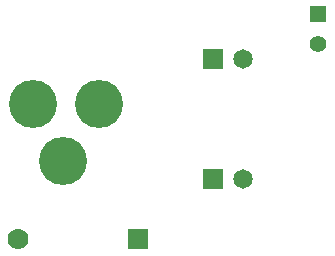
<source format=gbs>
G04 (created by PCBNEW (2013-june-11)-stable) date Sat 26 Oct 2013 23:01:24 ART*
%MOIN*%
G04 Gerber Fmt 3.4, Leading zero omitted, Abs format*
%FSLAX34Y34*%
G01*
G70*
G90*
G04 APERTURE LIST*
%ADD10C,0.00590551*%
%ADD11C,0.07*%
%ADD12R,0.07X0.07*%
%ADD13R,0.055X0.055*%
%ADD14C,0.055*%
%ADD15R,0.065X0.065*%
%ADD16C,0.065*%
%ADD17C,0.16*%
G04 APERTURE END LIST*
G54D10*
G54D11*
X76500Y-56500D03*
G54D12*
X80500Y-56500D03*
G54D13*
X86500Y-49000D03*
G54D14*
X86500Y-50000D03*
G54D15*
X83000Y-50500D03*
G54D16*
X84000Y-50500D03*
G54D15*
X83000Y-54500D03*
G54D16*
X84000Y-54500D03*
G54D17*
X79200Y-52000D03*
X77000Y-52000D03*
X78000Y-53900D03*
M02*

</source>
